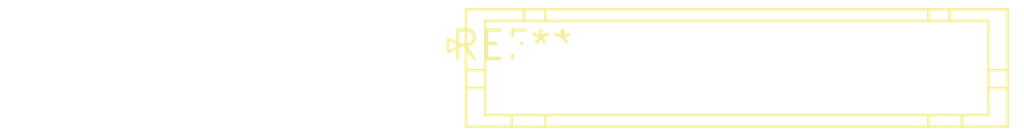
<source format=kicad_pcb>
(kicad_pcb (version 20240108) (generator pcbnew)
  (layers (0 "F.Cu" signal) (31 "B.Cu" signal) (34 "B.Paste" user) (35 "F.Paste" user) (36 "B.SilkS" user "B.Silkscreen") (37 "F.SilkS" user "F.Silkscreen") (38 "B.Mask" user) (39 "F.Mask" user) (44 "Edge.Cuts" user))
  (net 0 "")
  (footprint "JST_PHD_B22B-PHDSS_2x11_P2.00mm_Vertical" (layer "F.Cu") (at 0 0)
    (property "Reference" "REF**")
    (property "Value" "JST_PHD_B22B-PHDSS_2x11_P2.00mm_Vertical")
    (fp_line (start -2.86 -0.3) (end -2.26 0) (layer "F.SilkS") (stroke (width 0.12)))
    (fp_line (start -2.86 0.3) (end -2.86 -0.3) (layer "F.SilkS") (stroke (width 0.12)))
    (fp_line (start -2.26 0) (end -2.86 0.3) (layer "F.SilkS") (stroke (width 0.12)))
    (fp_line (start -2.06 -1.61) (end -2.06 3.61) (layer "F.SilkS") (stroke (width 0.12)))
    (fp_line (start -2.06 1.1) (end -1.2 1.1) (layer "F.SilkS") (stroke (width 0.12)))
    (fp_line (start -2.06 1.9) (end -1.2 1.9) (layer "F.SilkS") (stroke (width 0.12)))
    (fp_line (start -2.06 3.61) (end 22.06 3.61) (layer "F.SilkS") (stroke (width 0.12)))
    (fp_line (start -1.2 -1.1) (end -1.2 3.1) (layer "F.SilkS") (stroke (width 0.12)))
    (fp_line (start -1.2 3.1) (end 21.2 3.1) (layer "F.SilkS") (stroke (width 0.12)))
    (fp_line (start -0.03 3.61) (end -0.03 3.1) (layer "F.SilkS") (stroke (width 0.12)))
    (fp_line (start 0.53 -1.61) (end 0.53 -1.1) (layer "F.SilkS") (stroke (width 0.12)))
    (fp_line (start 1.47 -1.61) (end 1.47 -1.1) (layer "F.SilkS") (stroke (width 0.12)))
    (fp_line (start 1.47 3.61) (end 1.47 3.1) (layer "F.SilkS") (stroke (width 0.12)))
    (fp_line (start 18.53 -1.61) (end 18.53 -1.1) (layer "F.SilkS") (stroke (width 0.12)))
    (fp_line (start 18.53 3.61) (end 18.53 3.1) (layer "F.SilkS") (stroke (width 0.12)))
    (fp_line (start 19.47 -1.61) (end 19.47 -1.1) (layer "F.SilkS") (stroke (width 0.12)))
    (fp_line (start 20.03 3.61) (end 20.03 3.1) (layer "F.SilkS") (stroke (width 0.12)))
    (fp_line (start 21.2 -1.1) (end -1.2 -1.1) (layer "F.SilkS") (stroke (width 0.12)))
    (fp_line (start 21.2 3.1) (end 21.2 -1.1) (layer "F.SilkS") (stroke (width 0.12)))
    (fp_line (start 22.06 -1.61) (end -2.06 -1.61) (layer "F.SilkS") (stroke (width 0.12)))
    (fp_line (start 22.06 1.1) (end 21.2 1.1) (layer "F.SilkS") (stroke (width 0.12)))
    (fp_line (start 22.06 1.9) (end 21.2 1.9) (layer "F.SilkS") (stroke (width 0.12)))
    (fp_line (start 22.06 3.61) (end 22.06 -1.61) (layer "F.SilkS") (stroke (width 0.12)))
    (pad "1" thru_hole roundrect (at 0 0) (size 1.2 1.2) (drill 0.75) (layers *.Cu *.Mask) (remove_unused_layers) (roundrect_rratio 0.208333))
    (pad "2" thru_hole circle (at 0 2) (size 1.2 1.2) (drill 0.75) (layers *.Cu *.Mask) (remove_unused_layers))
    (pad "3" thru_hole circle (at 2 0) (size 1.2 1.2) (drill 0.75) (layers *.Cu *.Mask) (remove_unused_layers))
    (pad "4" thru_hole circle (at 2 2) (size 1.2 1.2) (drill 0.75) (layers *.Cu *.Mask) (remove_unused_layers))
    (pad "5" thru_hole circle (at 4 0) (size 1.2 1.2) (drill 0.75) (layers *.Cu *.Mask) (remove_unused_layers))
    (pad "6" thru_hole circle (at 4 2) (size 1.2 1.2) (drill 0.75) (layers *.Cu *.Mask) (remove_unused_layers))
    (pad "7" thru_hole circle (at 6 0) (size 1.2 1.2) (drill 0.75) (layers *.Cu *.Mask) (remove_unused_layers))
    (pad "8" thru_hole circle (at 6 2) (size 1.2 1.2) (drill 0.75) (layers *.Cu *.Mask) (remove_unused_layers))
    (pad "9" thru_hole circle (at 8 0) (size 1.2 1.2) (drill 0.75) (layers *.Cu *.Mask) (remove_unused_layers))
    (pad "10" thru_hole circle (at 8 2) (size 1.2 1.2) (drill 0.75) (layers *.Cu *.Mask) (remove_unused_layers))
    (pad "11" thru_hole circle (at 10 0) (size 1.2 1.2) (drill 0.75) (layers *.Cu *.Mask) (remove_unused_layers))
    (pad "12" thru_hole circle (at 10 2) (size 1.2 1.2) (drill 0.75) (layers *.Cu *.Mask) (remove_unused_layers))
    (pad "13" thru_hole circle (at 12 0) (size 1.2 1.2) (drill 0.75) (layers *.Cu *.Mask) (remove_unused_layers))
    (pad "14" thru_hole circle (at 12 2) (size 1.2 1.2) (drill 0.75) (layers *.Cu *.Mask) (remove_unused_layers))
    (pad "15" thru_hole circle (at 14 0) (size 1.2 1.2) (drill 0.75) (layers *.Cu *.Mask) (remove_unused_layers))
    (pad "16" thru_hole circle (at 14 2) (size 1.2 1.2) (drill 0.75) (layers *.Cu *.Mask) (remove_unused_layers))
    (pad "17" thru_hole circle (at 16 0) (size 1.2 1.2) (drill 0.75) (layers *.Cu *.Mask) (remove_unused_layers))
    (pad "18" thru_hole circle (at 16 2) (size 1.2 1.2) (drill 0.75) (layers *.Cu *.Mask) (remove_unused_layers))
    (pad "19" thru_hole circle (at 18 0) (size 1.2 1.2) (drill 0.75) (layers *.Cu *.Mask) (remove_unused_layers))
    (pad "20" thru_hole circle (at 18 2) (size 1.2 1.2) (drill 0.75) (layers *.Cu *.Mask) (remove_unused_layers))
    (pad "21" thru_hole circle (at 20 0) (size 1.2 1.2) (drill 0.75) (layers *.Cu *.Mask) (remove_unused_layers))
    (pad "22" thru_hole circle (at 20 2) (size 1.2 1.2) (drill 0.75) (layers *.Cu *.Mask) (remove_unused_layers))
  )
)
</source>
